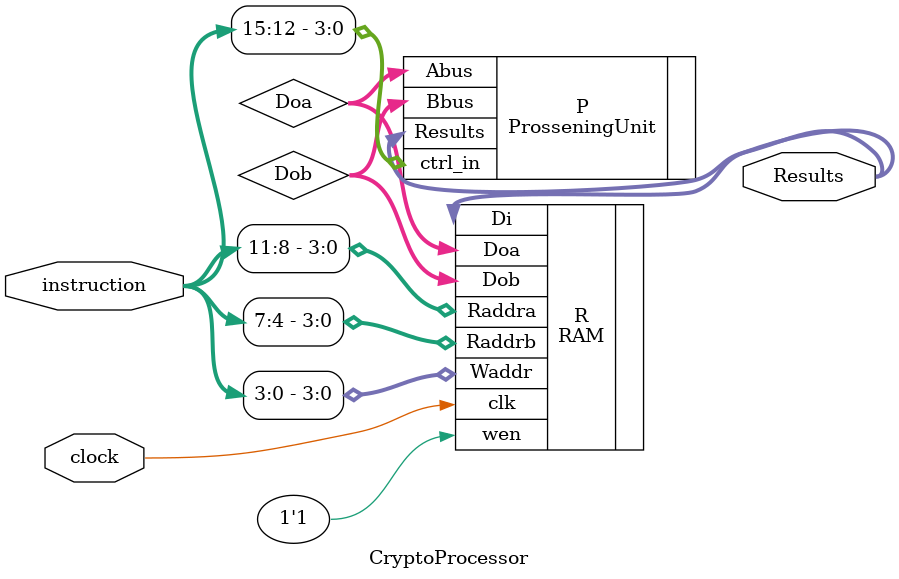
<source format=sv>



module CryptoProcessor(
    input [15:0] instruction,
    input clock,
    output [15:0] Results
    );
    logic [15:0] Doa,Dob;
    RAM R(.Raddra(instruction[11:8]),
          .Raddrb(instruction[7:4]),
          .Waddr(instruction[3:0]),
          .Doa(Doa),
          .Dob(Dob),
          .clk(clock),
          .Di(Results),
          .wen(1'b1));
    ProsseningUnit P(.Abus(Doa),
                     .Bbus(Dob),
                     .ctrl_in(instruction[15:12]),
                     .Results(Results));
    
endmodule

</source>
